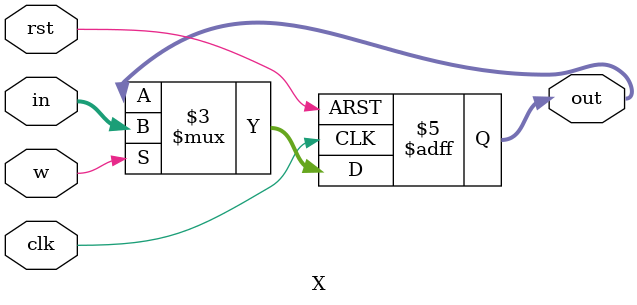
<source format=v>
module X(
  input [15:0] in,
  input clk,rst,w,
  output reg [15:0] out);
  
  always @(negedge clk, negedge rst)
  begin
     if (!rst) begin
        out <= 16'd0;
     end   
   else if (w) begin
        out <= in;  
   end
  end
  
endmodule

</source>
